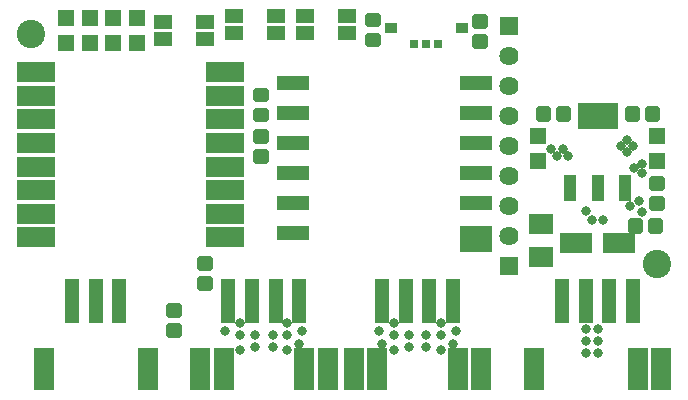
<source format=gbr>
G04 EAGLE Gerber RS-274X export*
G75*
%MOMM*%
%FSLAX34Y34*%
%LPD*%
%INSoldermask Bottom*%
%IPPOS*%
%AMOC8*
5,1,8,0,0,1.08239X$1,22.5*%
G01*
%ADD10C,2.403200*%
%ADD11R,1.603200X1.253200*%
%ADD12C,0.553472*%
%ADD13R,1.092300X2.168300*%
%ADD14R,3.392300X2.168300*%
%ADD15R,2.003200X1.803200*%
%ADD16R,1.403200X1.403200*%
%ADD17R,3.203200X1.703200*%
%ADD18R,2.703200X1.203200*%
%ADD19R,2.703200X2.203200*%
%ADD20R,0.803200X0.713200*%
%ADD21R,1.103200X0.903200*%
%ADD22R,1.703200X3.603200*%
%ADD23R,1.203200X3.703200*%
%ADD24R,1.625600X1.625600*%
%ADD25C,1.625600*%
%ADD26R,2.803200X1.803200*%
%ADD27C,0.803200*%


D10*
X22500Y305000D03*
X552500Y110000D03*
D11*
X170500Y314750D03*
X170500Y300250D03*
X134500Y300250D03*
X134500Y314750D03*
X230500Y319750D03*
X230500Y305250D03*
X194500Y305250D03*
X194500Y319750D03*
D12*
X308251Y296751D02*
X315749Y296751D01*
X308251Y296751D02*
X308251Y303249D01*
X315749Y303249D01*
X315749Y296751D01*
X315749Y302009D02*
X308251Y302009D01*
X308251Y313751D02*
X315749Y313751D01*
X308251Y313751D02*
X308251Y320249D01*
X315749Y320249D01*
X315749Y313751D01*
X315749Y319009D02*
X308251Y319009D01*
X221249Y233251D02*
X213751Y233251D01*
X213751Y239749D01*
X221249Y239749D01*
X221249Y233251D01*
X221249Y238509D02*
X213751Y238509D01*
X213751Y250251D02*
X221249Y250251D01*
X213751Y250251D02*
X213751Y256749D01*
X221249Y256749D01*
X221249Y250251D01*
X221249Y255509D02*
X213751Y255509D01*
D13*
X525500Y174774D03*
X502500Y174774D03*
X479500Y174774D03*
D14*
X502500Y235226D03*
D12*
X548751Y158251D02*
X556249Y158251D01*
X548751Y158251D02*
X548751Y164749D01*
X556249Y164749D01*
X556249Y158251D01*
X556249Y163509D02*
X548751Y163509D01*
X548751Y175251D02*
X556249Y175251D01*
X548751Y175251D02*
X548751Y181749D01*
X556249Y181749D01*
X556249Y175251D01*
X556249Y180509D02*
X548751Y180509D01*
D15*
X455000Y144000D03*
X455000Y116000D03*
D12*
X173749Y114249D02*
X166251Y114249D01*
X173749Y114249D02*
X173749Y107751D01*
X166251Y107751D01*
X166251Y114249D01*
X166251Y113009D02*
X173749Y113009D01*
X173749Y97249D02*
X166251Y97249D01*
X173749Y97249D02*
X173749Y90751D01*
X166251Y90751D01*
X166251Y97249D01*
X166251Y96009D02*
X173749Y96009D01*
D16*
X452500Y218000D03*
X452500Y197000D03*
D12*
X453251Y233751D02*
X459749Y233751D01*
X453251Y233751D02*
X453251Y241249D01*
X459749Y241249D01*
X459749Y233751D01*
X459749Y239009D02*
X453251Y239009D01*
X470251Y233751D02*
X476749Y233751D01*
X470251Y233751D02*
X470251Y241249D01*
X476749Y241249D01*
X476749Y233751D01*
X476749Y239009D02*
X470251Y239009D01*
D16*
X52500Y318000D03*
X52500Y297000D03*
X72500Y318000D03*
X72500Y297000D03*
X92500Y318000D03*
X92500Y297000D03*
X112500Y318000D03*
X112500Y297000D03*
X552500Y218000D03*
X552500Y197000D03*
D12*
X140001Y74249D02*
X140001Y67751D01*
X140001Y74249D02*
X147499Y74249D01*
X147499Y67751D01*
X140001Y67751D01*
X140001Y73009D02*
X147499Y73009D01*
X140001Y57249D02*
X140001Y50751D01*
X140001Y57249D02*
X147499Y57249D01*
X147499Y50751D01*
X140001Y50751D01*
X140001Y56009D02*
X147499Y56009D01*
D17*
X187500Y272500D03*
X187500Y252500D03*
X187500Y232500D03*
X187500Y212500D03*
X187500Y192500D03*
X187500Y172500D03*
X187500Y152500D03*
X187500Y132500D03*
X27500Y132500D03*
X27500Y152500D03*
X27500Y172500D03*
X27500Y192500D03*
X27500Y212500D03*
X27500Y232500D03*
X27500Y252500D03*
X27500Y272500D03*
D18*
X245000Y136500D03*
X245000Y161900D03*
X245000Y187300D03*
X245000Y212700D03*
X245000Y238100D03*
X245000Y263500D03*
X400000Y263500D03*
X400000Y238100D03*
X400000Y212700D03*
X400000Y187300D03*
X400000Y161900D03*
D19*
X400000Y131500D03*
D20*
X367500Y296500D03*
X357500Y296650D03*
X347500Y296500D03*
D21*
X387500Y310000D03*
X327500Y310000D03*
D12*
X221249Y198251D02*
X213751Y198251D01*
X213751Y204749D01*
X221249Y204749D01*
X221249Y198251D01*
X221249Y203509D02*
X213751Y203509D01*
X213751Y215251D02*
X221249Y215251D01*
X213751Y215251D02*
X213751Y221749D01*
X221249Y221749D01*
X221249Y215251D01*
X221249Y220509D02*
X213751Y220509D01*
D11*
X290500Y319750D03*
X290500Y305250D03*
X254500Y305250D03*
X254500Y319750D03*
D22*
X33500Y21000D03*
X121500Y21000D03*
D23*
X57500Y78500D03*
X77500Y78500D03*
X97500Y78500D03*
D12*
X528251Y233751D02*
X534749Y233751D01*
X528251Y233751D02*
X528251Y241249D01*
X534749Y241249D01*
X534749Y233751D01*
X534749Y239009D02*
X528251Y239009D01*
X545251Y233751D02*
X551749Y233751D01*
X545251Y233751D02*
X545251Y241249D01*
X551749Y241249D01*
X551749Y233751D01*
X551749Y239009D02*
X545251Y239009D01*
D24*
X427500Y311400D03*
D25*
X427500Y286000D03*
X427500Y260600D03*
X427500Y235200D03*
X427500Y209800D03*
X427500Y184400D03*
X427500Y159000D03*
X427500Y133600D03*
D24*
X427500Y108200D03*
D22*
X186000Y21000D03*
X254000Y21000D03*
D23*
X190000Y78500D03*
X210000Y78500D03*
X230000Y78500D03*
X250000Y78500D03*
D22*
X166000Y21000D03*
X274000Y21000D03*
X316000Y21000D03*
X384000Y21000D03*
D23*
X320000Y78500D03*
X340000Y78500D03*
X360000Y78500D03*
X380000Y78500D03*
D22*
X296000Y21000D03*
X404000Y21000D03*
D12*
X530751Y138751D02*
X537249Y138751D01*
X530751Y138751D02*
X530751Y146249D01*
X537249Y146249D01*
X537249Y138751D01*
X537249Y144009D02*
X530751Y144009D01*
X547751Y138751D02*
X554249Y138751D01*
X547751Y138751D02*
X547751Y146249D01*
X554249Y146249D01*
X554249Y138751D01*
X554249Y144009D02*
X547751Y144009D01*
D26*
X520500Y127500D03*
X484500Y127500D03*
D22*
X448500Y21000D03*
X556500Y21000D03*
D23*
X532500Y78500D03*
X512500Y78500D03*
X492500Y78500D03*
X472500Y78500D03*
D22*
X536500Y21000D03*
D12*
X398751Y312751D02*
X398751Y319249D01*
X406249Y319249D01*
X406249Y312751D01*
X398751Y312751D01*
X398751Y318009D02*
X406249Y318009D01*
X398751Y302249D02*
X398751Y295751D01*
X398751Y302249D02*
X406249Y302249D01*
X406249Y295751D01*
X398751Y295751D01*
X398751Y301009D02*
X406249Y301009D01*
D27*
X522500Y210000D03*
X527500Y205000D03*
X532500Y210000D03*
X527500Y215000D03*
X382500Y53500D03*
X380000Y42500D03*
X370000Y37500D03*
X507500Y147500D03*
X497500Y147500D03*
X492500Y155000D03*
X477859Y201859D03*
X473000Y207230D03*
X467888Y201888D03*
X463388Y207388D03*
X252500Y53500D03*
X250000Y42500D03*
X240000Y37500D03*
X330000Y37500D03*
X320000Y42500D03*
X317500Y53500D03*
X187500Y53500D03*
X200000Y37500D03*
X540000Y195000D03*
X540000Y187000D03*
X533000Y191000D03*
X492500Y55000D03*
X502500Y55000D03*
X492500Y45000D03*
X502500Y45000D03*
X492500Y35000D03*
X502500Y35000D03*
X357500Y50000D03*
X357500Y40000D03*
X370020Y60000D03*
X370020Y50000D03*
X329980Y60000D03*
X329980Y50000D03*
X342500Y50000D03*
X342500Y40000D03*
X227500Y50000D03*
X227500Y40000D03*
X240020Y60000D03*
X240020Y50000D03*
X199980Y60000D03*
X199980Y50000D03*
X212500Y50000D03*
X212500Y40000D03*
X530000Y159000D03*
X538000Y163000D03*
X540000Y154000D03*
M02*

</source>
